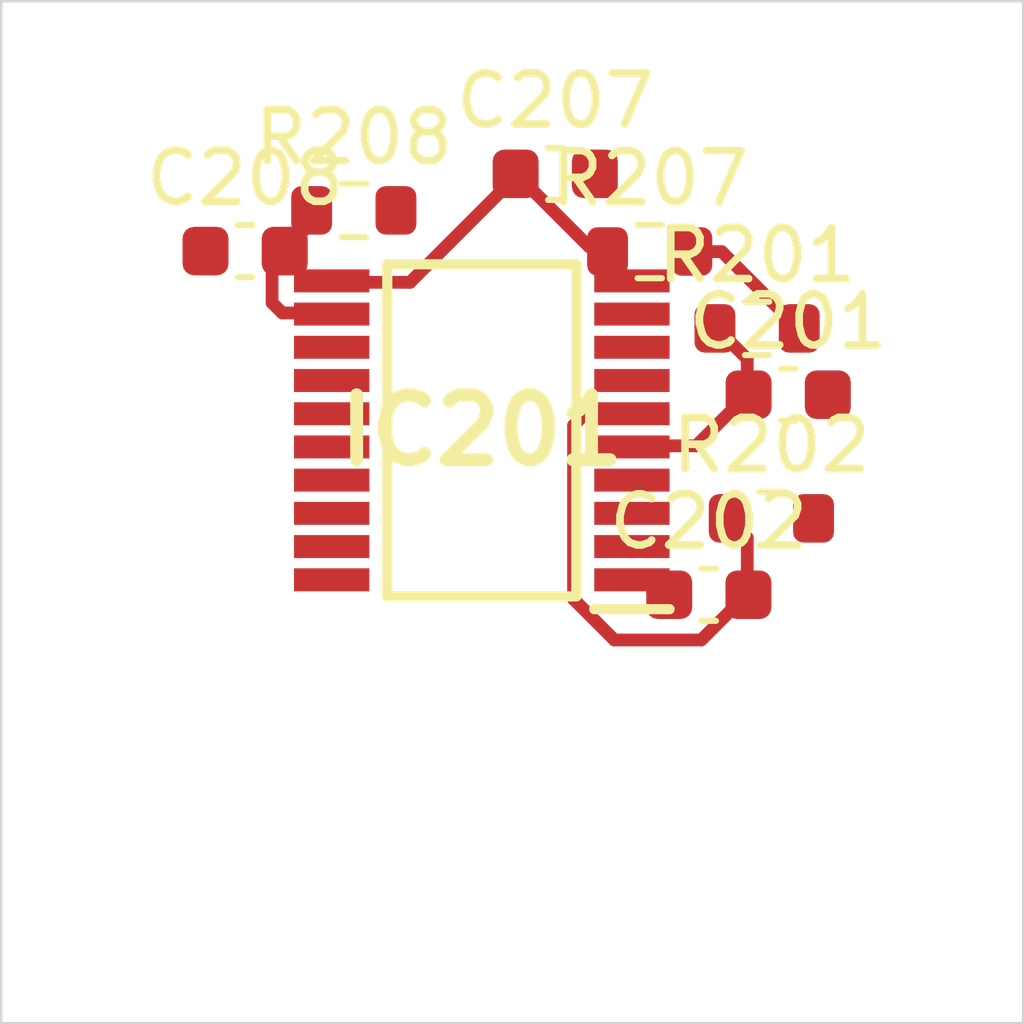
<source format=kicad_pcb>
 ( kicad_pcb  ( version 20171130 )
 ( host pcbnew 5.1.12-84ad8e8a86~92~ubuntu18.04.1 )
 ( general  ( thickness 1.6 )
 ( drawings 4 )
 ( tracks 0 )
 ( zones 0 )
 ( modules 9 )
 ( nets 19 )
)
 ( page A4 )
 ( layers  ( 0 F.Cu signal )
 ( 31 B.Cu signal )
 ( 32 B.Adhes user )
 ( 33 F.Adhes user )
 ( 34 B.Paste user )
 ( 35 F.Paste user )
 ( 36 B.SilkS user )
 ( 37 F.SilkS user )
 ( 38 B.Mask user )
 ( 39 F.Mask user )
 ( 40 Dwgs.User user )
 ( 41 Cmts.User user )
 ( 42 Eco1.User user )
 ( 43 Eco2.User user )
 ( 44 Edge.Cuts user )
 ( 45 Margin user )
 ( 46 B.CrtYd user )
 ( 47 F.CrtYd user )
 ( 48 B.Fab user )
 ( 49 F.Fab user )
)
 ( setup  ( last_trace_width 0.25 )
 ( trace_clearance 0.2 )
 ( zone_clearance 0.508 )
 ( zone_45_only no )
 ( trace_min 0.2 )
 ( via_size 0.8 )
 ( via_drill 0.4 )
 ( via_min_size 0.4 )
 ( via_min_drill 0.3 )
 ( uvia_size 0.3 )
 ( uvia_drill 0.1 )
 ( uvias_allowed no )
 ( uvia_min_size 0.2 )
 ( uvia_min_drill 0.1 )
 ( edge_width 0.05 )
 ( segment_width 0.2 )
 ( pcb_text_width 0.3 )
 ( pcb_text_size 1.5 1.5 )
 ( mod_edge_width 0.12 )
 ( mod_text_size 1 1 )
 ( mod_text_width 0.15 )
 ( pad_size 1.524 1.524 )
 ( pad_drill 0.762 )
 ( pad_to_mask_clearance 0 )
 ( aux_axis_origin 0 0 )
 ( visible_elements FFFFFF7F )
 ( pcbplotparams  ( layerselection 0x010fc_ffffffff )
 ( usegerberextensions false )
 ( usegerberattributes true )
 ( usegerberadvancedattributes true )
 ( creategerberjobfile true )
 ( excludeedgelayer true )
 ( linewidth 0.100000 )
 ( plotframeref false )
 ( viasonmask false )
 ( mode 1 )
 ( useauxorigin false )
 ( hpglpennumber 1 )
 ( hpglpenspeed 20 )
 ( hpglpendiameter 15.000000 )
 ( psnegative false )
 ( psa4output false )
 ( plotreference true )
 ( plotvalue true )
 ( plotinvisibletext false )
 ( padsonsilk false )
 ( subtractmaskfromsilk false )
 ( outputformat 1 )
 ( mirror false )
 ( drillshape 1 )
 ( scaleselection 1 )
 ( outputdirectory "" )
)
)
 ( net 0 "" )
 ( net 1 GND )
 ( net 2 /Sheet6235D886/ch0 )
 ( net 3 /Sheet6235D886/ch1 )
 ( net 4 /Sheet6235D886/ch2 )
 ( net 5 /Sheet6235D886/ch3 )
 ( net 6 /Sheet6235D886/ch4 )
 ( net 7 /Sheet6235D886/ch5 )
 ( net 8 /Sheet6235D886/ch6 )
 ( net 9 /Sheet6235D886/ch7 )
 ( net 10 VDD )
 ( net 11 VDDA )
 ( net 12 /Sheet6235D886/adc_csn )
 ( net 13 /Sheet6235D886/adc_sck )
 ( net 14 /Sheet6235D886/adc_sdi )
 ( net 15 /Sheet6235D886/adc_sdo )
 ( net 16 /Sheet6235D886/vp )
 ( net 17 /Sheet6248AD22/chn0 )
 ( net 18 /Sheet6248AD22/chn3 )
 ( net_class Default "This is the default net class."  ( clearance 0.2 )
 ( trace_width 0.25 )
 ( via_dia 0.8 )
 ( via_drill 0.4 )
 ( uvia_dia 0.3 )
 ( uvia_drill 0.1 )
 ( add_net /Sheet6235D886/adc_csn )
 ( add_net /Sheet6235D886/adc_sck )
 ( add_net /Sheet6235D886/adc_sdi )
 ( add_net /Sheet6235D886/adc_sdo )
 ( add_net /Sheet6235D886/ch0 )
 ( add_net /Sheet6235D886/ch1 )
 ( add_net /Sheet6235D886/ch2 )
 ( add_net /Sheet6235D886/ch3 )
 ( add_net /Sheet6235D886/ch4 )
 ( add_net /Sheet6235D886/ch5 )
 ( add_net /Sheet6235D886/ch6 )
 ( add_net /Sheet6235D886/ch7 )
 ( add_net /Sheet6235D886/vp )
 ( add_net /Sheet6248AD22/chn0 )
 ( add_net /Sheet6248AD22/chn3 )
 ( add_net GND )
 ( add_net VDD )
 ( add_net VDDA )
)
 ( module Capacitor_SMD:C_0603_1608Metric  ( layer F.Cu )
 ( tedit 5F68FEEE )
 ( tstamp 6234222D )
 ( at 95.400900 107.700000 )
 ( descr "Capacitor SMD 0603 (1608 Metric), square (rectangular) end terminal, IPC_7351 nominal, (Body size source: IPC-SM-782 page 76, https://www.pcb-3d.com/wordpress/wp-content/uploads/ipc-sm-782a_amendment_1_and_2.pdf), generated with kicad-footprint-generator" )
 ( tags capacitor )
 ( path /6235D887/623691C5 )
 ( attr smd )
 ( fp_text reference C201  ( at 0 -1.43 )
 ( layer F.SilkS )
 ( effects  ( font  ( size 1 1 )
 ( thickness 0.15 )
)
)
)
 ( fp_text value 0.1uF  ( at 0 1.43 )
 ( layer F.Fab )
 ( effects  ( font  ( size 1 1 )
 ( thickness 0.15 )
)
)
)
 ( fp_line  ( start -0.8 0.4 )
 ( end -0.8 -0.4 )
 ( layer F.Fab )
 ( width 0.1 )
)
 ( fp_line  ( start -0.8 -0.4 )
 ( end 0.8 -0.4 )
 ( layer F.Fab )
 ( width 0.1 )
)
 ( fp_line  ( start 0.8 -0.4 )
 ( end 0.8 0.4 )
 ( layer F.Fab )
 ( width 0.1 )
)
 ( fp_line  ( start 0.8 0.4 )
 ( end -0.8 0.4 )
 ( layer F.Fab )
 ( width 0.1 )
)
 ( fp_line  ( start -0.14058 -0.51 )
 ( end 0.14058 -0.51 )
 ( layer F.SilkS )
 ( width 0.12 )
)
 ( fp_line  ( start -0.14058 0.51 )
 ( end 0.14058 0.51 )
 ( layer F.SilkS )
 ( width 0.12 )
)
 ( fp_line  ( start -1.48 0.73 )
 ( end -1.48 -0.73 )
 ( layer F.CrtYd )
 ( width 0.05 )
)
 ( fp_line  ( start -1.48 -0.73 )
 ( end 1.48 -0.73 )
 ( layer F.CrtYd )
 ( width 0.05 )
)
 ( fp_line  ( start 1.48 -0.73 )
 ( end 1.48 0.73 )
 ( layer F.CrtYd )
 ( width 0.05 )
)
 ( fp_line  ( start 1.48 0.73 )
 ( end -1.48 0.73 )
 ( layer F.CrtYd )
 ( width 0.05 )
)
 ( fp_text user %R  ( at 0 0 )
 ( layer F.Fab )
 ( effects  ( font  ( size 0.4 0.4 )
 ( thickness 0.06 )
)
)
)
 ( pad 2 smd roundrect  ( at 0.775 0 )
 ( size 0.9 0.95 )
 ( layers F.Cu F.Mask F.Paste )
 ( roundrect_rratio 0.25 )
 ( net 1 GND )
)
 ( pad 1 smd roundrect  ( at -0.775 0 )
 ( size 0.9 0.95 )
 ( layers F.Cu F.Mask F.Paste )
 ( roundrect_rratio 0.25 )
 ( net 2 /Sheet6235D886/ch0 )
)
 ( model ${KISYS3DMOD}/Capacitor_SMD.3dshapes/C_0603_1608Metric.wrl  ( at  ( xyz 0 0 0 )
)
 ( scale  ( xyz 1 1 1 )
)
 ( rotate  ( xyz 0 0 0 )
)
)
)
 ( module Capacitor_SMD:C_0603_1608Metric  ( layer F.Cu )
 ( tedit 5F68FEEE )
 ( tstamp 6234223E )
 ( at 93.847200 111.615000 )
 ( descr "Capacitor SMD 0603 (1608 Metric), square (rectangular) end terminal, IPC_7351 nominal, (Body size source: IPC-SM-782 page 76, https://www.pcb-3d.com/wordpress/wp-content/uploads/ipc-sm-782a_amendment_1_and_2.pdf), generated with kicad-footprint-generator" )
 ( tags capacitor )
 ( path /6235D887/62369EE0 )
 ( attr smd )
 ( fp_text reference C202  ( at 0 -1.43 )
 ( layer F.SilkS )
 ( effects  ( font  ( size 1 1 )
 ( thickness 0.15 )
)
)
)
 ( fp_text value 0.1uF  ( at 0 1.43 )
 ( layer F.Fab )
 ( effects  ( font  ( size 1 1 )
 ( thickness 0.15 )
)
)
)
 ( fp_line  ( start 1.48 0.73 )
 ( end -1.48 0.73 )
 ( layer F.CrtYd )
 ( width 0.05 )
)
 ( fp_line  ( start 1.48 -0.73 )
 ( end 1.48 0.73 )
 ( layer F.CrtYd )
 ( width 0.05 )
)
 ( fp_line  ( start -1.48 -0.73 )
 ( end 1.48 -0.73 )
 ( layer F.CrtYd )
 ( width 0.05 )
)
 ( fp_line  ( start -1.48 0.73 )
 ( end -1.48 -0.73 )
 ( layer F.CrtYd )
 ( width 0.05 )
)
 ( fp_line  ( start -0.14058 0.51 )
 ( end 0.14058 0.51 )
 ( layer F.SilkS )
 ( width 0.12 )
)
 ( fp_line  ( start -0.14058 -0.51 )
 ( end 0.14058 -0.51 )
 ( layer F.SilkS )
 ( width 0.12 )
)
 ( fp_line  ( start 0.8 0.4 )
 ( end -0.8 0.4 )
 ( layer F.Fab )
 ( width 0.1 )
)
 ( fp_line  ( start 0.8 -0.4 )
 ( end 0.8 0.4 )
 ( layer F.Fab )
 ( width 0.1 )
)
 ( fp_line  ( start -0.8 -0.4 )
 ( end 0.8 -0.4 )
 ( layer F.Fab )
 ( width 0.1 )
)
 ( fp_line  ( start -0.8 0.4 )
 ( end -0.8 -0.4 )
 ( layer F.Fab )
 ( width 0.1 )
)
 ( fp_text user %R  ( at 0 0 )
 ( layer F.Fab )
 ( effects  ( font  ( size 0.4 0.4 )
 ( thickness 0.06 )
)
)
)
 ( pad 1 smd roundrect  ( at -0.775 0 )
 ( size 0.9 0.95 )
 ( layers F.Cu F.Mask F.Paste )
 ( roundrect_rratio 0.25 )
 ( net 1 GND )
)
 ( pad 2 smd roundrect  ( at 0.775 0 )
 ( size 0.9 0.95 )
 ( layers F.Cu F.Mask F.Paste )
 ( roundrect_rratio 0.25 )
 ( net 3 /Sheet6235D886/ch1 )
)
 ( model ${KISYS3DMOD}/Capacitor_SMD.3dshapes/C_0603_1608Metric.wrl  ( at  ( xyz 0 0 0 )
)
 ( scale  ( xyz 1 1 1 )
)
 ( rotate  ( xyz 0 0 0 )
)
)
)
 ( module Capacitor_SMD:C_0603_1608Metric  ( layer F.Cu )
 ( tedit 5F68FEEE )
 ( tstamp 62342293 )
 ( at 90.841600 103.377000 )
 ( descr "Capacitor SMD 0603 (1608 Metric), square (rectangular) end terminal, IPC_7351 nominal, (Body size source: IPC-SM-782 page 76, https://www.pcb-3d.com/wordpress/wp-content/uploads/ipc-sm-782a_amendment_1_and_2.pdf), generated with kicad-footprint-generator" )
 ( tags capacitor )
 ( path /6235D887/6238B3FE )
 ( attr smd )
 ( fp_text reference C207  ( at 0 -1.43 )
 ( layer F.SilkS )
 ( effects  ( font  ( size 1 1 )
 ( thickness 0.15 )
)
)
)
 ( fp_text value 0.1uF  ( at 0 1.43 )
 ( layer F.Fab )
 ( effects  ( font  ( size 1 1 )
 ( thickness 0.15 )
)
)
)
 ( fp_line  ( start -0.8 0.4 )
 ( end -0.8 -0.4 )
 ( layer F.Fab )
 ( width 0.1 )
)
 ( fp_line  ( start -0.8 -0.4 )
 ( end 0.8 -0.4 )
 ( layer F.Fab )
 ( width 0.1 )
)
 ( fp_line  ( start 0.8 -0.4 )
 ( end 0.8 0.4 )
 ( layer F.Fab )
 ( width 0.1 )
)
 ( fp_line  ( start 0.8 0.4 )
 ( end -0.8 0.4 )
 ( layer F.Fab )
 ( width 0.1 )
)
 ( fp_line  ( start -0.14058 -0.51 )
 ( end 0.14058 -0.51 )
 ( layer F.SilkS )
 ( width 0.12 )
)
 ( fp_line  ( start -0.14058 0.51 )
 ( end 0.14058 0.51 )
 ( layer F.SilkS )
 ( width 0.12 )
)
 ( fp_line  ( start -1.48 0.73 )
 ( end -1.48 -0.73 )
 ( layer F.CrtYd )
 ( width 0.05 )
)
 ( fp_line  ( start -1.48 -0.73 )
 ( end 1.48 -0.73 )
 ( layer F.CrtYd )
 ( width 0.05 )
)
 ( fp_line  ( start 1.48 -0.73 )
 ( end 1.48 0.73 )
 ( layer F.CrtYd )
 ( width 0.05 )
)
 ( fp_line  ( start 1.48 0.73 )
 ( end -1.48 0.73 )
 ( layer F.CrtYd )
 ( width 0.05 )
)
 ( fp_text user %R  ( at 0 0 )
 ( layer F.Fab )
 ( effects  ( font  ( size 0.4 0.4 )
 ( thickness 0.06 )
)
)
)
 ( pad 2 smd roundrect  ( at 0.775 0 )
 ( size 0.9 0.95 )
 ( layers F.Cu F.Mask F.Paste )
 ( roundrect_rratio 0.25 )
 ( net 1 GND )
)
 ( pad 1 smd roundrect  ( at -0.775 0 )
 ( size 0.9 0.95 )
 ( layers F.Cu F.Mask F.Paste )
 ( roundrect_rratio 0.25 )
 ( net 8 /Sheet6235D886/ch6 )
)
 ( model ${KISYS3DMOD}/Capacitor_SMD.3dshapes/C_0603_1608Metric.wrl  ( at  ( xyz 0 0 0 )
)
 ( scale  ( xyz 1 1 1 )
)
 ( rotate  ( xyz 0 0 0 )
)
)
)
 ( module Capacitor_SMD:C_0603_1608Metric  ( layer F.Cu )
 ( tedit 5F68FEEE )
 ( tstamp 623422A4 )
 ( at 84.772100 104.889000 )
 ( descr "Capacitor SMD 0603 (1608 Metric), square (rectangular) end terminal, IPC_7351 nominal, (Body size source: IPC-SM-782 page 76, https://www.pcb-3d.com/wordpress/wp-content/uploads/ipc-sm-782a_amendment_1_and_2.pdf), generated with kicad-footprint-generator" )
 ( tags capacitor )
 ( path /6235D887/6238B404 )
 ( attr smd )
 ( fp_text reference C208  ( at 0 -1.43 )
 ( layer F.SilkS )
 ( effects  ( font  ( size 1 1 )
 ( thickness 0.15 )
)
)
)
 ( fp_text value 0.1uF  ( at 0 1.43 )
 ( layer F.Fab )
 ( effects  ( font  ( size 1 1 )
 ( thickness 0.15 )
)
)
)
 ( fp_line  ( start 1.48 0.73 )
 ( end -1.48 0.73 )
 ( layer F.CrtYd )
 ( width 0.05 )
)
 ( fp_line  ( start 1.48 -0.73 )
 ( end 1.48 0.73 )
 ( layer F.CrtYd )
 ( width 0.05 )
)
 ( fp_line  ( start -1.48 -0.73 )
 ( end 1.48 -0.73 )
 ( layer F.CrtYd )
 ( width 0.05 )
)
 ( fp_line  ( start -1.48 0.73 )
 ( end -1.48 -0.73 )
 ( layer F.CrtYd )
 ( width 0.05 )
)
 ( fp_line  ( start -0.14058 0.51 )
 ( end 0.14058 0.51 )
 ( layer F.SilkS )
 ( width 0.12 )
)
 ( fp_line  ( start -0.14058 -0.51 )
 ( end 0.14058 -0.51 )
 ( layer F.SilkS )
 ( width 0.12 )
)
 ( fp_line  ( start 0.8 0.4 )
 ( end -0.8 0.4 )
 ( layer F.Fab )
 ( width 0.1 )
)
 ( fp_line  ( start 0.8 -0.4 )
 ( end 0.8 0.4 )
 ( layer F.Fab )
 ( width 0.1 )
)
 ( fp_line  ( start -0.8 -0.4 )
 ( end 0.8 -0.4 )
 ( layer F.Fab )
 ( width 0.1 )
)
 ( fp_line  ( start -0.8 0.4 )
 ( end -0.8 -0.4 )
 ( layer F.Fab )
 ( width 0.1 )
)
 ( fp_text user %R  ( at 0 0 )
 ( layer F.Fab )
 ( effects  ( font  ( size 0.4 0.4 )
 ( thickness 0.06 )
)
)
)
 ( pad 1 smd roundrect  ( at -0.775 0 )
 ( size 0.9 0.95 )
 ( layers F.Cu F.Mask F.Paste )
 ( roundrect_rratio 0.25 )
 ( net 1 GND )
)
 ( pad 2 smd roundrect  ( at 0.775 0 )
 ( size 0.9 0.95 )
 ( layers F.Cu F.Mask F.Paste )
 ( roundrect_rratio 0.25 )
 ( net 9 /Sheet6235D886/ch7 )
)
 ( model ${KISYS3DMOD}/Capacitor_SMD.3dshapes/C_0603_1608Metric.wrl  ( at  ( xyz 0 0 0 )
)
 ( scale  ( xyz 1 1 1 )
)
 ( rotate  ( xyz 0 0 0 )
)
)
)
 ( module MCP3564R-E_ST:SOP65P640X120-20N locked  ( layer F.Cu )
 ( tedit 623351C2 )
 ( tstamp 623423D6 )
 ( at 89.404300 108.397000 180.000000 )
 ( descr "20-Lead Plastic Thin Shrink Small Outline (ST) - 4.4mm body [TSSOP]" )
 ( tags "Integrated Circuit" )
 ( path /6235D887/6235E071 )
 ( attr smd )
 ( fp_text reference IC201  ( at 0 0 )
 ( layer F.SilkS )
 ( effects  ( font  ( size 1.27 1.27 )
 ( thickness 0.254 )
)
)
)
 ( fp_text value MCP3564R-E_ST  ( at 0 0 )
 ( layer F.SilkS )
hide  ( effects  ( font  ( size 1.27 1.27 )
 ( thickness 0.254 )
)
)
)
 ( fp_line  ( start -3.925 -3.55 )
 ( end 3.925 -3.55 )
 ( layer Dwgs.User )
 ( width 0.05 )
)
 ( fp_line  ( start 3.925 -3.55 )
 ( end 3.925 3.55 )
 ( layer Dwgs.User )
 ( width 0.05 )
)
 ( fp_line  ( start 3.925 3.55 )
 ( end -3.925 3.55 )
 ( layer Dwgs.User )
 ( width 0.05 )
)
 ( fp_line  ( start -3.925 3.55 )
 ( end -3.925 -3.55 )
 ( layer Dwgs.User )
 ( width 0.05 )
)
 ( fp_line  ( start -2.2 -3.25 )
 ( end 2.2 -3.25 )
 ( layer Dwgs.User )
 ( width 0.1 )
)
 ( fp_line  ( start 2.2 -3.25 )
 ( end 2.2 3.25 )
 ( layer Dwgs.User )
 ( width 0.1 )
)
 ( fp_line  ( start 2.2 3.25 )
 ( end -2.2 3.25 )
 ( layer Dwgs.User )
 ( width 0.1 )
)
 ( fp_line  ( start -2.2 3.25 )
 ( end -2.2 -3.25 )
 ( layer Dwgs.User )
 ( width 0.1 )
)
 ( fp_line  ( start -2.2 -2.6 )
 ( end -1.55 -3.25 )
 ( layer Dwgs.User )
 ( width 0.1 )
)
 ( fp_line  ( start -1.85 -3.25 )
 ( end 1.85 -3.25 )
 ( layer F.SilkS )
 ( width 0.2 )
)
 ( fp_line  ( start 1.85 -3.25 )
 ( end 1.85 3.25 )
 ( layer F.SilkS )
 ( width 0.2 )
)
 ( fp_line  ( start 1.85 3.25 )
 ( end -1.85 3.25 )
 ( layer F.SilkS )
 ( width 0.2 )
)
 ( fp_line  ( start -1.85 3.25 )
 ( end -1.85 -3.25 )
 ( layer F.SilkS )
 ( width 0.2 )
)
 ( fp_line  ( start -3.675 -3.5 )
 ( end -2.2 -3.5 )
 ( layer F.SilkS )
 ( width 0.2 )
)
 ( pad 1 smd rect  ( at -2.938 -2.925 270.000000 )
 ( size 0.45 1.475 )
 ( layers F.Cu F.Mask F.Paste )
 ( net 11 VDDA )
)
 ( pad 2 smd rect  ( at -2.938 -2.275 270.000000 )
 ( size 0.45 1.475 )
 ( layers F.Cu F.Mask F.Paste )
 ( net 1 GND )
)
 ( pad 3 smd rect  ( at -2.938 -1.625 270.000000 )
 ( size 0.45 1.475 )
 ( layers F.Cu F.Mask F.Paste )
 ( net 1 GND )
)
 ( pad 4 smd rect  ( at -2.938 -0.975 270.000000 )
 ( size 0.45 1.475 )
 ( layers F.Cu F.Mask F.Paste )
)
 ( pad 5 smd rect  ( at -2.938 -0.325 270.000000 )
 ( size 0.45 1.475 )
 ( layers F.Cu F.Mask F.Paste )
 ( net 2 /Sheet6235D886/ch0 )
)
 ( pad 6 smd rect  ( at -2.938 0.325 270.000000 )
 ( size 0.45 1.475 )
 ( layers F.Cu F.Mask F.Paste )
 ( net 3 /Sheet6235D886/ch1 )
)
 ( pad 7 smd rect  ( at -2.938 0.975 270.000000 )
 ( size 0.45 1.475 )
 ( layers F.Cu F.Mask F.Paste )
 ( net 4 /Sheet6235D886/ch2 )
)
 ( pad 8 smd rect  ( at -2.938 1.625 270.000000 )
 ( size 0.45 1.475 )
 ( layers F.Cu F.Mask F.Paste )
 ( net 5 /Sheet6235D886/ch3 )
)
 ( pad 9 smd rect  ( at -2.938 2.275 270.000000 )
 ( size 0.45 1.475 )
 ( layers F.Cu F.Mask F.Paste )
 ( net 6 /Sheet6235D886/ch4 )
)
 ( pad 10 smd rect  ( at -2.938 2.925 270.000000 )
 ( size 0.45 1.475 )
 ( layers F.Cu F.Mask F.Paste )
 ( net 7 /Sheet6235D886/ch5 )
)
 ( pad 11 smd rect  ( at 2.938 2.925 270.000000 )
 ( size 0.45 1.475 )
 ( layers F.Cu F.Mask F.Paste )
 ( net 8 /Sheet6235D886/ch6 )
)
 ( pad 12 smd rect  ( at 2.938 2.275 270.000000 )
 ( size 0.45 1.475 )
 ( layers F.Cu F.Mask F.Paste )
 ( net 9 /Sheet6235D886/ch7 )
)
 ( pad 13 smd rect  ( at 2.938 1.625 270.000000 )
 ( size 0.45 1.475 )
 ( layers F.Cu F.Mask F.Paste )
 ( net 12 /Sheet6235D886/adc_csn )
)
 ( pad 14 smd rect  ( at 2.938 0.975 270.000000 )
 ( size 0.45 1.475 )
 ( layers F.Cu F.Mask F.Paste )
 ( net 13 /Sheet6235D886/adc_sck )
)
 ( pad 15 smd rect  ( at 2.938 0.325 270.000000 )
 ( size 0.45 1.475 )
 ( layers F.Cu F.Mask F.Paste )
 ( net 14 /Sheet6235D886/adc_sdi )
)
 ( pad 16 smd rect  ( at 2.938 -0.325 270.000000 )
 ( size 0.45 1.475 )
 ( layers F.Cu F.Mask F.Paste )
 ( net 15 /Sheet6235D886/adc_sdo )
)
 ( pad 17 smd rect  ( at 2.938 -0.975 270.000000 )
 ( size 0.45 1.475 )
 ( layers F.Cu F.Mask F.Paste )
)
 ( pad 18 smd rect  ( at 2.938 -1.625 270.000000 )
 ( size 0.45 1.475 )
 ( layers F.Cu F.Mask F.Paste )
)
 ( pad 19 smd rect  ( at 2.938 -2.275 270.000000 )
 ( size 0.45 1.475 )
 ( layers F.Cu F.Mask F.Paste )
 ( net 1 GND )
)
 ( pad 20 smd rect  ( at 2.938 -2.925 270.000000 )
 ( size 0.45 1.475 )
 ( layers F.Cu F.Mask F.Paste )
 ( net 10 VDD )
)
)
 ( module Resistor_SMD:R_0603_1608Metric  ( layer F.Cu )
 ( tedit 5F68FEEE )
 ( tstamp 6234250D )
 ( at 94.791900 106.402000 )
 ( descr "Resistor SMD 0603 (1608 Metric), square (rectangular) end terminal, IPC_7351 nominal, (Body size source: IPC-SM-782 page 72, https://www.pcb-3d.com/wordpress/wp-content/uploads/ipc-sm-782a_amendment_1_and_2.pdf), generated with kicad-footprint-generator" )
 ( tags resistor )
 ( path /6235D887/623641B7 )
 ( attr smd )
 ( fp_text reference R201  ( at 0 -1.43 )
 ( layer F.SilkS )
 ( effects  ( font  ( size 1 1 )
 ( thickness 0.15 )
)
)
)
 ( fp_text value 1k  ( at 0 1.43 )
 ( layer F.Fab )
 ( effects  ( font  ( size 1 1 )
 ( thickness 0.15 )
)
)
)
 ( fp_line  ( start -0.8 0.4125 )
 ( end -0.8 -0.4125 )
 ( layer F.Fab )
 ( width 0.1 )
)
 ( fp_line  ( start -0.8 -0.4125 )
 ( end 0.8 -0.4125 )
 ( layer F.Fab )
 ( width 0.1 )
)
 ( fp_line  ( start 0.8 -0.4125 )
 ( end 0.8 0.4125 )
 ( layer F.Fab )
 ( width 0.1 )
)
 ( fp_line  ( start 0.8 0.4125 )
 ( end -0.8 0.4125 )
 ( layer F.Fab )
 ( width 0.1 )
)
 ( fp_line  ( start -0.237258 -0.5225 )
 ( end 0.237258 -0.5225 )
 ( layer F.SilkS )
 ( width 0.12 )
)
 ( fp_line  ( start -0.237258 0.5225 )
 ( end 0.237258 0.5225 )
 ( layer F.SilkS )
 ( width 0.12 )
)
 ( fp_line  ( start -1.48 0.73 )
 ( end -1.48 -0.73 )
 ( layer F.CrtYd )
 ( width 0.05 )
)
 ( fp_line  ( start -1.48 -0.73 )
 ( end 1.48 -0.73 )
 ( layer F.CrtYd )
 ( width 0.05 )
)
 ( fp_line  ( start 1.48 -0.73 )
 ( end 1.48 0.73 )
 ( layer F.CrtYd )
 ( width 0.05 )
)
 ( fp_line  ( start 1.48 0.73 )
 ( end -1.48 0.73 )
 ( layer F.CrtYd )
 ( width 0.05 )
)
 ( fp_text user %R  ( at 0 0 )
 ( layer F.Fab )
 ( effects  ( font  ( size 0.4 0.4 )
 ( thickness 0.06 )
)
)
)
 ( pad 2 smd roundrect  ( at 0.825 0 )
 ( size 0.8 0.95 )
 ( layers F.Cu F.Mask F.Paste )
 ( roundrect_rratio 0.25 )
 ( net 16 /Sheet6235D886/vp )
)
 ( pad 1 smd roundrect  ( at -0.825 0 )
 ( size 0.8 0.95 )
 ( layers F.Cu F.Mask F.Paste )
 ( roundrect_rratio 0.25 )
 ( net 2 /Sheet6235D886/ch0 )
)
 ( model ${KISYS3DMOD}/Resistor_SMD.3dshapes/R_0603_1608Metric.wrl  ( at  ( xyz 0 0 0 )
)
 ( scale  ( xyz 1 1 1 )
)
 ( rotate  ( xyz 0 0 0 )
)
)
)
 ( module Resistor_SMD:R_0603_1608Metric  ( layer F.Cu )
 ( tedit 5F68FEEE )
 ( tstamp 6234251E )
 ( at 95.071900 110.120000 )
 ( descr "Resistor SMD 0603 (1608 Metric), square (rectangular) end terminal, IPC_7351 nominal, (Body size source: IPC-SM-782 page 72, https://www.pcb-3d.com/wordpress/wp-content/uploads/ipc-sm-782a_amendment_1_and_2.pdf), generated with kicad-footprint-generator" )
 ( tags resistor )
 ( path /6235D887/6236A646 )
 ( attr smd )
 ( fp_text reference R202  ( at 0 -1.43 )
 ( layer F.SilkS )
 ( effects  ( font  ( size 1 1 )
 ( thickness 0.15 )
)
)
)
 ( fp_text value 1k  ( at 0 1.43 )
 ( layer F.Fab )
 ( effects  ( font  ( size 1 1 )
 ( thickness 0.15 )
)
)
)
 ( fp_line  ( start 1.48 0.73 )
 ( end -1.48 0.73 )
 ( layer F.CrtYd )
 ( width 0.05 )
)
 ( fp_line  ( start 1.48 -0.73 )
 ( end 1.48 0.73 )
 ( layer F.CrtYd )
 ( width 0.05 )
)
 ( fp_line  ( start -1.48 -0.73 )
 ( end 1.48 -0.73 )
 ( layer F.CrtYd )
 ( width 0.05 )
)
 ( fp_line  ( start -1.48 0.73 )
 ( end -1.48 -0.73 )
 ( layer F.CrtYd )
 ( width 0.05 )
)
 ( fp_line  ( start -0.237258 0.5225 )
 ( end 0.237258 0.5225 )
 ( layer F.SilkS )
 ( width 0.12 )
)
 ( fp_line  ( start -0.237258 -0.5225 )
 ( end 0.237258 -0.5225 )
 ( layer F.SilkS )
 ( width 0.12 )
)
 ( fp_line  ( start 0.8 0.4125 )
 ( end -0.8 0.4125 )
 ( layer F.Fab )
 ( width 0.1 )
)
 ( fp_line  ( start 0.8 -0.4125 )
 ( end 0.8 0.4125 )
 ( layer F.Fab )
 ( width 0.1 )
)
 ( fp_line  ( start -0.8 -0.4125 )
 ( end 0.8 -0.4125 )
 ( layer F.Fab )
 ( width 0.1 )
)
 ( fp_line  ( start -0.8 0.4125 )
 ( end -0.8 -0.4125 )
 ( layer F.Fab )
 ( width 0.1 )
)
 ( fp_text user %R  ( at 0 0 )
 ( layer F.Fab )
 ( effects  ( font  ( size 0.4 0.4 )
 ( thickness 0.06 )
)
)
)
 ( pad 1 smd roundrect  ( at -0.825 0 )
 ( size 0.8 0.95 )
 ( layers F.Cu F.Mask F.Paste )
 ( roundrect_rratio 0.25 )
 ( net 3 /Sheet6235D886/ch1 )
)
 ( pad 2 smd roundrect  ( at 0.825 0 )
 ( size 0.8 0.95 )
 ( layers F.Cu F.Mask F.Paste )
 ( roundrect_rratio 0.25 )
 ( net 17 /Sheet6248AD22/chn0 )
)
 ( model ${KISYS3DMOD}/Resistor_SMD.3dshapes/R_0603_1608Metric.wrl  ( at  ( xyz 0 0 0 )
)
 ( scale  ( xyz 1 1 1 )
)
 ( rotate  ( xyz 0 0 0 )
)
)
)
 ( module Resistor_SMD:R_0603_1608Metric  ( layer F.Cu )
 ( tedit 5F68FEEE )
 ( tstamp 62342573 )
 ( at 92.690300 104.897000 )
 ( descr "Resistor SMD 0603 (1608 Metric), square (rectangular) end terminal, IPC_7351 nominal, (Body size source: IPC-SM-782 page 72, https://www.pcb-3d.com/wordpress/wp-content/uploads/ipc-sm-782a_amendment_1_and_2.pdf), generated with kicad-footprint-generator" )
 ( tags resistor )
 ( path /6235D887/6238B3F8 )
 ( attr smd )
 ( fp_text reference R207  ( at 0 -1.43 )
 ( layer F.SilkS )
 ( effects  ( font  ( size 1 1 )
 ( thickness 0.15 )
)
)
)
 ( fp_text value 1k  ( at 0 1.43 )
 ( layer F.Fab )
 ( effects  ( font  ( size 1 1 )
 ( thickness 0.15 )
)
)
)
 ( fp_line  ( start -0.8 0.4125 )
 ( end -0.8 -0.4125 )
 ( layer F.Fab )
 ( width 0.1 )
)
 ( fp_line  ( start -0.8 -0.4125 )
 ( end 0.8 -0.4125 )
 ( layer F.Fab )
 ( width 0.1 )
)
 ( fp_line  ( start 0.8 -0.4125 )
 ( end 0.8 0.4125 )
 ( layer F.Fab )
 ( width 0.1 )
)
 ( fp_line  ( start 0.8 0.4125 )
 ( end -0.8 0.4125 )
 ( layer F.Fab )
 ( width 0.1 )
)
 ( fp_line  ( start -0.237258 -0.5225 )
 ( end 0.237258 -0.5225 )
 ( layer F.SilkS )
 ( width 0.12 )
)
 ( fp_line  ( start -0.237258 0.5225 )
 ( end 0.237258 0.5225 )
 ( layer F.SilkS )
 ( width 0.12 )
)
 ( fp_line  ( start -1.48 0.73 )
 ( end -1.48 -0.73 )
 ( layer F.CrtYd )
 ( width 0.05 )
)
 ( fp_line  ( start -1.48 -0.73 )
 ( end 1.48 -0.73 )
 ( layer F.CrtYd )
 ( width 0.05 )
)
 ( fp_line  ( start 1.48 -0.73 )
 ( end 1.48 0.73 )
 ( layer F.CrtYd )
 ( width 0.05 )
)
 ( fp_line  ( start 1.48 0.73 )
 ( end -1.48 0.73 )
 ( layer F.CrtYd )
 ( width 0.05 )
)
 ( fp_text user %R  ( at 0 0 )
 ( layer F.Fab )
 ( effects  ( font  ( size 0.4 0.4 )
 ( thickness 0.06 )
)
)
)
 ( pad 2 smd roundrect  ( at 0.825 0 )
 ( size 0.8 0.95 )
 ( layers F.Cu F.Mask F.Paste )
 ( roundrect_rratio 0.25 )
 ( net 16 /Sheet6235D886/vp )
)
 ( pad 1 smd roundrect  ( at -0.825 0 )
 ( size 0.8 0.95 )
 ( layers F.Cu F.Mask F.Paste )
 ( roundrect_rratio 0.25 )
 ( net 8 /Sheet6235D886/ch6 )
)
 ( model ${KISYS3DMOD}/Resistor_SMD.3dshapes/R_0603_1608Metric.wrl  ( at  ( xyz 0 0 0 )
)
 ( scale  ( xyz 1 1 1 )
)
 ( rotate  ( xyz 0 0 0 )
)
)
)
 ( module Resistor_SMD:R_0603_1608Metric  ( layer F.Cu )
 ( tedit 5F68FEEE )
 ( tstamp 62342584 )
 ( at 86.899200 104.092000 )
 ( descr "Resistor SMD 0603 (1608 Metric), square (rectangular) end terminal, IPC_7351 nominal, (Body size source: IPC-SM-782 page 72, https://www.pcb-3d.com/wordpress/wp-content/uploads/ipc-sm-782a_amendment_1_and_2.pdf), generated with kicad-footprint-generator" )
 ( tags resistor )
 ( path /6235D887/6238B40A )
 ( attr smd )
 ( fp_text reference R208  ( at 0 -1.43 )
 ( layer F.SilkS )
 ( effects  ( font  ( size 1 1 )
 ( thickness 0.15 )
)
)
)
 ( fp_text value 1k  ( at 0 1.43 )
 ( layer F.Fab )
 ( effects  ( font  ( size 1 1 )
 ( thickness 0.15 )
)
)
)
 ( fp_line  ( start 1.48 0.73 )
 ( end -1.48 0.73 )
 ( layer F.CrtYd )
 ( width 0.05 )
)
 ( fp_line  ( start 1.48 -0.73 )
 ( end 1.48 0.73 )
 ( layer F.CrtYd )
 ( width 0.05 )
)
 ( fp_line  ( start -1.48 -0.73 )
 ( end 1.48 -0.73 )
 ( layer F.CrtYd )
 ( width 0.05 )
)
 ( fp_line  ( start -1.48 0.73 )
 ( end -1.48 -0.73 )
 ( layer F.CrtYd )
 ( width 0.05 )
)
 ( fp_line  ( start -0.237258 0.5225 )
 ( end 0.237258 0.5225 )
 ( layer F.SilkS )
 ( width 0.12 )
)
 ( fp_line  ( start -0.237258 -0.5225 )
 ( end 0.237258 -0.5225 )
 ( layer F.SilkS )
 ( width 0.12 )
)
 ( fp_line  ( start 0.8 0.4125 )
 ( end -0.8 0.4125 )
 ( layer F.Fab )
 ( width 0.1 )
)
 ( fp_line  ( start 0.8 -0.4125 )
 ( end 0.8 0.4125 )
 ( layer F.Fab )
 ( width 0.1 )
)
 ( fp_line  ( start -0.8 -0.4125 )
 ( end 0.8 -0.4125 )
 ( layer F.Fab )
 ( width 0.1 )
)
 ( fp_line  ( start -0.8 0.4125 )
 ( end -0.8 -0.4125 )
 ( layer F.Fab )
 ( width 0.1 )
)
 ( fp_text user %R  ( at 0 0 )
 ( layer F.Fab )
 ( effects  ( font  ( size 0.4 0.4 )
 ( thickness 0.06 )
)
)
)
 ( pad 1 smd roundrect  ( at -0.825 0 )
 ( size 0.8 0.95 )
 ( layers F.Cu F.Mask F.Paste )
 ( roundrect_rratio 0.25 )
 ( net 9 /Sheet6235D886/ch7 )
)
 ( pad 2 smd roundrect  ( at 0.825 0 )
 ( size 0.8 0.95 )
 ( layers F.Cu F.Mask F.Paste )
 ( roundrect_rratio 0.25 )
 ( net 18 /Sheet6248AD22/chn3 )
)
 ( model ${KISYS3DMOD}/Resistor_SMD.3dshapes/R_0603_1608Metric.wrl  ( at  ( xyz 0 0 0 )
)
 ( scale  ( xyz 1 1 1 )
)
 ( rotate  ( xyz 0 0 0 )
)
)
)
 ( gr_line  ( start 100 100 )
 ( end 100 120 )
 ( layer Edge.Cuts )
 ( width 0.05 )
 ( tstamp 62E770C4 )
)
 ( gr_line  ( start 80 120 )
 ( end 100 120 )
 ( layer Edge.Cuts )
 ( width 0.05 )
 ( tstamp 62E770C0 )
)
 ( gr_line  ( start 80 100 )
 ( end 100 100 )
 ( layer Edge.Cuts )
 ( width 0.05 )
 ( tstamp 6234110C )
)
 ( gr_line  ( start 80 100 )
 ( end 80 120 )
 ( layer Edge.Cuts )
 ( width 0.05 )
)
 ( segment  ( start 92.300001 108.700002 )
 ( end 93.600001 108.700002 )
 ( width 0.250000 )
 ( layer F.Cu )
 ( net 2 )
)
 ( segment  ( start 93.600001 108.700002 )
 ( end 94.600001 107.700002 )
 ( width 0.250000 )
 ( layer F.Cu )
 ( net 2 )
)
 ( segment  ( start 94.000001 106.400002 )
 ( end 94.600001 107.000002 )
 ( width 0.250000 )
 ( layer F.Cu )
 ( net 2 )
)
 ( segment  ( start 94.600001 107.000002 )
 ( end 94.600001 107.700002 )
 ( width 0.250000 )
 ( layer F.Cu )
 ( net 2 )
)
 ( segment  ( start 92.300001 108.100002 )
 ( end 91.400001 108.100002 )
 ( width 0.250000 )
 ( layer F.Cu )
 ( net 3 )
)
 ( segment  ( start 91.400001 108.100002 )
 ( end 91.200001 108.300002 )
 ( width 0.250000 )
 ( layer F.Cu )
 ( net 3 )
)
 ( segment  ( start 91.200001 108.300002 )
 ( end 91.200001 111.700002 )
 ( width 0.250000 )
 ( layer F.Cu )
 ( net 3 )
)
 ( segment  ( start 91.200001 111.700002 )
 ( end 92.000001 112.500002 )
 ( width 0.250000 )
 ( layer F.Cu )
 ( net 3 )
)
 ( segment  ( start 92.000001 112.500002 )
 ( end 93.700001 112.500002 )
 ( width 0.250000 )
 ( layer F.Cu )
 ( net 3 )
)
 ( segment  ( start 93.700001 112.500002 )
 ( end 94.600001 111.600002 )
 ( width 0.250000 )
 ( layer F.Cu )
 ( net 3 )
)
 ( segment  ( start 94.200001 110.100002 )
 ( end 94.600001 110.500002 )
 ( width 0.250000 )
 ( layer F.Cu )
 ( net 3 )
)
 ( segment  ( start 94.600001 110.500002 )
 ( end 94.600001 111.600002 )
 ( width 0.250000 )
 ( layer F.Cu )
 ( net 3 )
)
 ( segment  ( start 86.500001 105.500002 )
 ( end 88.000001 105.500002 )
 ( width 0.250000 )
 ( layer F.Cu )
 ( net 8 )
)
 ( segment  ( start 88.000001 105.500002 )
 ( end 90.100001 103.400002 )
 ( width 0.250000 )
 ( layer F.Cu )
 ( net 8 )
)
 ( segment  ( start 91.900001 104.900002 )
 ( end 91.800001 104.800002 )
 ( width 0.250000 )
 ( layer F.Cu )
 ( net 8 )
)
 ( segment  ( start 91.800001 104.800002 )
 ( end 91.500001 104.800002 )
 ( width 0.250000 )
 ( layer F.Cu )
 ( net 8 )
)
 ( segment  ( start 91.500001 104.800002 )
 ( end 90.100001 103.400002 )
 ( width 0.250000 )
 ( layer F.Cu )
 ( net 8 )
)
 ( segment  ( start 86.500001 106.100002 )
 ( end 85.500001 106.100002 )
 ( width 0.250000 )
 ( layer F.Cu )
 ( net 9 )
)
 ( segment  ( start 85.500001 106.100002 )
 ( end 85.300001 105.900002 )
 ( width 0.250000 )
 ( layer F.Cu )
 ( net 9 )
)
 ( segment  ( start 85.300001 105.900002 )
 ( end 85.300001 105.000002 )
 ( width 0.250000 )
 ( layer F.Cu )
 ( net 9 )
)
 ( segment  ( start 85.300001 105.000002 )
 ( end 85.400001 104.900002 )
 ( width 0.250000 )
 ( layer F.Cu )
 ( net 9 )
)
 ( segment  ( start 85.400001 104.900002 )
 ( end 85.500001 104.900002 )
 ( width 0.250000 )
 ( layer F.Cu )
 ( net 9 )
)
 ( segment  ( start 86.100001 104.100002 )
 ( end 86.100001 104.300002 )
 ( width 0.250000 )
 ( layer F.Cu )
 ( net 9 )
)
 ( segment  ( start 86.100001 104.300002 )
 ( end 85.500001 104.900002 )
 ( width 0.250000 )
 ( layer F.Cu )
 ( net 9 )
)
 ( segment  ( start 93.500001 104.900002 )
 ( end 94.100001 104.900002 )
 ( width 0.250000 )
 ( layer F.Cu )
 ( net 16 )
)
 ( segment  ( start 94.100001 104.900002 )
 ( end 95.600001 106.400002 )
 ( width 0.250000 )
 ( layer F.Cu )
 ( net 16 )
)
)

</source>
